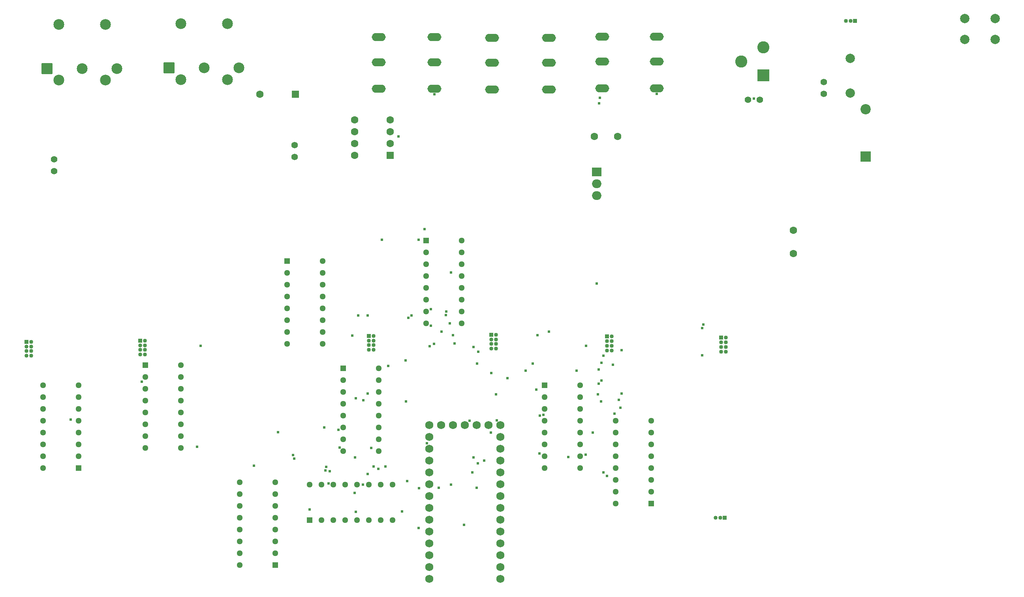
<source format=gts>
G04 Layer: TopSolderMaskLayer*
G04 EasyEDA Pro v2.2.35.2, 2025-01-25 12:46:23*
G04 Gerber Generator version 0.3*
G04 Scale: 100 percent, Rotated: No, Reflected: No*
G04 Dimensions in millimeters*
G04 Leading zeros omitted, absolute positions, 4 integers and 5 decimals*
%FSLAX45Y45*%
%MOMM*%
%AMRoundRect*1,1,$1,$2,$3*1,1,$1,$4,$5*1,1,$1,0-$2,0-$3*1,1,$1,0-$4,0-$5*20,1,$1,$2,$3,$4,$5,0*20,1,$1,$4,$5,0-$2,0-$3,0*20,1,$1,0-$2,0-$3,0-$4,0-$5,0*20,1,$1,0-$4,0-$5,$2,$3,0*4,1,4,$2,$3,$4,$5,0-$2,0-$3,0-$4,0-$5,$2,$3,0*%
%ADD10C,2.0*%
%ADD11C,1.2*%
%ADD12O,3.008X1.708*%
%ADD13R,1.2954X1.2954*%
%ADD14C,1.2954*%
%ADD15C,1.6080*%
%ADD16C,1.6*%
%ADD17C,1.4*%
%ADD18R,2.2X2.2*%
%ADD19C,2.2*%
%ADD20R,1.6X1.6*%
%ADD21R,2.6X2.6*%
%ADD22C,2.6*%
%ADD23C,1.734*%
%ADD24R,1.2954X1.2954*%
%ADD25RoundRect,0.1874X1.0583X-1.0583X-1.0583X-1.0583*%
%ADD26C,2.304*%
%ADD27R,1.2954X1.2954*%
%ADD28R,1.6X1.6*%
%ADD29R,2.0X1.905*%
%ADD30O,2.0X1.905*%
%ADD31R,0.85X0.85*%
%ADD32C,0.85*%
%ADD33R,0.85X0.85*%
%ADD34C,0.61*%
G75*


G04 Pad Start*
G54D10*
G01X21020800Y-266700D03*
G01X20370800Y-266700D03*
G01X21020800Y-716700D03*
G01X20370800Y-716700D03*
G54D11*
G01X10301200Y-1216300D03*
G01X10171200Y-676300D03*
G01X10301200Y-1786300D03*
G01X10301200Y-676300D03*
G01X10171200Y-1216300D03*
G01X10171200Y-1786300D03*
G54D12*
G01X10236200Y-676300D03*
G01X10236200Y-1216300D03*
G01X10236200Y-1786300D03*
G54D13*
G01X5588000Y-12001500D03*
G54D14*
G01X5588000Y-11747500D03*
G01X5588000Y-11493500D03*
G01X5588000Y-11239500D03*
G01X5588000Y-10985500D03*
G01X5588000Y-10731500D03*
G01X5588000Y-10477500D03*
G01X5588000Y-10223500D03*
G01X4826000Y-10223500D03*
G01X4826000Y-10477500D03*
G01X4826000Y-10731500D03*
G01X4826000Y-10985500D03*
G01X4826000Y-11239500D03*
G01X4826000Y-11493500D03*
G01X4826000Y-11747500D03*
G01X4826000Y-12001500D03*
G54D10*
G01X17919700Y-1117600D03*
G01X17919700Y-1867600D03*
G54D16*
G01X12928600Y-2794000D03*
G01X12428600Y-2794000D03*
G01X16700500Y-5308600D03*
G01X16700500Y-4808600D03*
G54D17*
G01X6007100Y-3238500D03*
G01X6007100Y-2984500D03*
G54D18*
G01X18249900Y-3225800D03*
G54D19*
G01X18249900Y-2209800D03*
G54D20*
G01X6019800Y-1892300D03*
G54D16*
G01X5257800Y-1892300D03*
G54D21*
G01X16052800Y-1485900D03*
G54D22*
G01X16052800Y-885900D03*
G01X15582800Y-1185900D03*
G54D23*
G01X10414000Y-12039600D03*
G01X10414000Y-11785600D03*
G01X10414000Y-11531600D03*
G01X10414000Y-11277600D03*
G01X9906000Y-8991600D03*
G01X8890000Y-11785600D03*
G01X10414000Y-11023600D03*
G01X10414000Y-10769600D03*
G01X10414000Y-10515600D03*
G01X10414000Y-10261600D03*
G01X10414000Y-10007600D03*
G01X10414000Y-9753600D03*
G01X10414000Y-9499600D03*
G01X10414000Y-9245600D03*
G01X10414000Y-8991600D03*
G01X8890000Y-8991600D03*
G01X8890000Y-9245600D03*
G01X8890000Y-9499600D03*
G01X8890000Y-9753600D03*
G01X8890000Y-10007600D03*
G01X8890000Y-10261600D03*
G01X8890000Y-10515600D03*
G01X8890000Y-10769600D03*
G01X8890000Y-11023600D03*
G01X8890000Y-11277600D03*
G01X8890000Y-11531600D03*
G01X10414000Y-12293600D03*
G01X9652000Y-8991600D03*
G01X8890000Y-12039600D03*
G01X9144000Y-8991600D03*
G01X9398000Y-8991600D03*
G01X10160000Y-8991600D03*
G01X8890000Y-12293600D03*
G54D24*
G01X11366500Y-8140700D03*
G54D14*
G01X11366500Y-8394700D03*
G01X11366500Y-8648700D03*
G01X11366500Y-8902700D03*
G01X11366500Y-9156700D03*
G01X11366500Y-9410700D03*
G01X11366500Y-9664700D03*
G01X11366500Y-9918700D03*
G01X12128500Y-9918700D03*
G01X12128500Y-9664700D03*
G01X12128500Y-9410700D03*
G01X12128500Y-9156700D03*
G01X12128500Y-8902700D03*
G01X12128500Y-8648700D03*
G01X12128500Y-8394700D03*
G01X12128500Y-8140700D03*
G54D25*
G01X3314000Y-1325900D03*
G54D26*
G01X4064000Y-1325900D03*
G01X4814000Y-1325900D03*
G01X3564000Y-1575900D03*
G01X4564000Y-1575900D03*
G01X4564000Y-375900D03*
G01X3564000Y-375900D03*
G54D24*
G01X5842000Y-5473700D03*
G54D14*
G01X5842000Y-5727700D03*
G01X5842000Y-5981700D03*
G01X5842000Y-6235700D03*
G01X5842000Y-6489700D03*
G01X5842000Y-6743700D03*
G01X5842000Y-6997700D03*
G01X5842000Y-7251700D03*
G01X6604000Y-7251700D03*
G01X6604000Y-6997700D03*
G01X6604000Y-6743700D03*
G01X6604000Y-6489700D03*
G01X6604000Y-6235700D03*
G01X6604000Y-5981700D03*
G01X6604000Y-5727700D03*
G01X6604000Y-5473700D03*
G54D27*
G01X6324600Y-11036300D03*
G54D14*
G01X6578600Y-11036300D03*
G01X6832600Y-11036300D03*
G01X7086600Y-11036300D03*
G01X7340600Y-11036300D03*
G01X7594600Y-11036300D03*
G01X7848600Y-11036300D03*
G01X8102600Y-11036300D03*
G01X8102600Y-10274300D03*
G01X7848600Y-10274300D03*
G01X7594600Y-10274300D03*
G01X7340600Y-10274300D03*
G01X7086600Y-10274300D03*
G01X6832600Y-10274300D03*
G01X6578600Y-10274300D03*
G01X6324600Y-10274300D03*
G54D11*
G01X12663400Y-1190900D03*
G01X12533400Y-650900D03*
G01X12663400Y-1760900D03*
G01X12663400Y-650900D03*
G01X12533400Y-1190900D03*
G01X12533400Y-1760900D03*
G54D12*
G01X12598400Y-650900D03*
G01X12598400Y-1190900D03*
G01X12598400Y-1760900D03*
G54D24*
G01X2806700Y-7708900D03*
G54D14*
G01X2806700Y-7962900D03*
G01X2806700Y-8216900D03*
G01X2806700Y-8470900D03*
G01X2806700Y-8724900D03*
G01X2806700Y-8978900D03*
G01X2806700Y-9232900D03*
G01X2806700Y-9486900D03*
G01X3568700Y-9486900D03*
G01X3568700Y-9232900D03*
G01X3568700Y-8978900D03*
G01X3568700Y-8724900D03*
G01X3568700Y-8470900D03*
G01X3568700Y-8216900D03*
G01X3568700Y-7962900D03*
G01X3568700Y-7708900D03*
G54D11*
G01X13831800Y-1190900D03*
G01X13701800Y-650900D03*
G01X13831800Y-1760900D03*
G01X13831800Y-650900D03*
G01X13701800Y-1190900D03*
G01X13701800Y-1760900D03*
G54D12*
G01X13766800Y-650900D03*
G01X13766800Y-1190900D03*
G01X13766800Y-1760900D03*
G54D17*
G01X17348200Y-1625600D03*
G01X17348200Y-1879600D03*
G54D24*
G01X7048500Y-7772400D03*
G54D14*
G01X7048500Y-8026400D03*
G01X7048500Y-8280400D03*
G01X7048500Y-8534400D03*
G01X7048500Y-8788400D03*
G01X7048500Y-9042400D03*
G01X7048500Y-9296400D03*
G01X7048500Y-9550400D03*
G01X7810500Y-9550400D03*
G01X7810500Y-9296400D03*
G01X7810500Y-9042400D03*
G01X7810500Y-8788400D03*
G01X7810500Y-8534400D03*
G01X7810500Y-8280400D03*
G01X7810500Y-8026400D03*
G01X7810500Y-7772400D03*
G54D28*
G01X8051800Y-3200400D03*
G54D16*
G01X8051800Y-2946400D03*
G01X8051800Y-2692400D03*
G01X8051800Y-2438400D03*
G01X7289800Y-2438400D03*
G01X7289800Y-2692400D03*
G01X7289800Y-2946400D03*
G01X7289800Y-3200400D03*
G54D13*
G01X13652500Y-10680700D03*
G54D14*
G01X13652500Y-10426700D03*
G01X13652500Y-10172700D03*
G01X13652500Y-9918700D03*
G01X13652500Y-9664700D03*
G01X13652500Y-9410700D03*
G01X13652500Y-9156700D03*
G01X13652500Y-8902700D03*
G01X12890500Y-8902700D03*
G01X12890500Y-9156700D03*
G01X12890500Y-9410700D03*
G01X12890500Y-9664700D03*
G01X12890500Y-9918700D03*
G01X12890500Y-10172700D03*
G01X12890500Y-10426700D03*
G01X12890500Y-10680700D03*
G54D13*
G01X1371600Y-9918700D03*
G54D14*
G01X1371600Y-9664700D03*
G01X1371600Y-9410700D03*
G01X1371600Y-9156700D03*
G01X1371600Y-8902700D03*
G01X1371600Y-8648700D03*
G01X1371600Y-8394700D03*
G01X1371600Y-8140700D03*
G01X609600Y-8140700D03*
G01X609600Y-8394700D03*
G01X609600Y-8648700D03*
G01X609600Y-8902700D03*
G01X609600Y-9156700D03*
G01X609600Y-9410700D03*
G01X609600Y-9664700D03*
G01X609600Y-9918700D03*
G54D11*
G01X11520400Y-1216300D03*
G01X11390400Y-676300D03*
G01X11520400Y-1786300D03*
G01X11520400Y-676300D03*
G01X11390400Y-1216300D03*
G01X11390400Y-1786300D03*
G54D12*
G01X11455400Y-676300D03*
G01X11455400Y-1216300D03*
G01X11455400Y-1786300D03*
G54D24*
G01X8826500Y-5029200D03*
G54D14*
G01X8826500Y-5283200D03*
G01X8826500Y-5537200D03*
G01X8826500Y-5791200D03*
G01X8826500Y-6045200D03*
G01X8826500Y-6299200D03*
G01X8826500Y-6553200D03*
G01X8826500Y-6807200D03*
G01X9588500Y-6807200D03*
G01X9588500Y-6553200D03*
G01X9588500Y-6299200D03*
G01X9588500Y-6045200D03*
G01X9588500Y-5791200D03*
G01X9588500Y-5537200D03*
G01X9588500Y-5283200D03*
G01X9588500Y-5029200D03*
G54D25*
G01X697800Y-1338600D03*
G54D26*
G01X1447800Y-1338600D03*
G01X2197800Y-1338600D03*
G01X947800Y-1588600D03*
G01X1947800Y-1588600D03*
G01X1947800Y-388600D03*
G01X947800Y-388600D03*
G54D17*
G01X850900Y-3289300D03*
G01X850900Y-3543300D03*
G54D11*
G01X9069300Y-1203600D03*
G01X8939300Y-663600D03*
G01X9069300Y-1773600D03*
G01X9069300Y-663600D03*
G01X8939300Y-1203600D03*
G01X8939300Y-1773600D03*
G54D12*
G01X9004300Y-663600D03*
G01X9004300Y-1203600D03*
G01X9004300Y-1773600D03*
G54D29*
G01X12484100Y-3556000D03*
G54D30*
G01X12484100Y-3810000D03*
G01X12484100Y-4064000D03*
G54D11*
G01X7875500Y-1203600D03*
G01X7745500Y-663600D03*
G01X7875500Y-1773600D03*
G01X7875500Y-663600D03*
G01X7745500Y-1203600D03*
G01X7745500Y-1773600D03*
G54D12*
G01X7810500Y-663600D03*
G01X7810500Y-1203600D03*
G01X7810500Y-1773600D03*
G54D17*
G01X15722600Y-2006600D03*
G01X15976600Y-2006600D03*
G54D31*
G01X254000Y-7205700D03*
G54D32*
G01X354000Y-7205700D03*
G01X254000Y-7305700D03*
G01X354000Y-7305700D03*
G01X254000Y-7405700D03*
G01X354000Y-7405700D03*
G01X254000Y-7505700D03*
G01X354000Y-7505700D03*
G54D31*
G01X2692400Y-7180300D03*
G54D32*
G01X2792400Y-7180300D03*
G01X2692400Y-7280300D03*
G01X2792400Y-7280300D03*
G01X2692400Y-7380300D03*
G01X2792400Y-7380300D03*
G01X2692400Y-7480300D03*
G01X2792400Y-7480300D03*
G54D31*
G01X7594600Y-7078700D03*
G54D32*
G01X7694600Y-7078700D03*
G01X7594600Y-7178700D03*
G01X7694600Y-7178700D03*
G01X7594600Y-7278700D03*
G01X7694600Y-7278700D03*
G01X7594600Y-7378700D03*
G01X7694600Y-7378700D03*
G54D31*
G01X10223500Y-7053300D03*
G54D32*
G01X10323500Y-7053300D03*
G01X10223500Y-7153300D03*
G01X10323500Y-7153300D03*
G01X10223500Y-7253300D03*
G01X10323500Y-7253300D03*
G01X10223500Y-7353300D03*
G01X10323500Y-7353300D03*
G54D31*
G01X12700000Y-7091400D03*
G54D32*
G01X12800000Y-7091400D03*
G01X12700000Y-7191400D03*
G01X12800000Y-7191400D03*
G01X12700000Y-7291400D03*
G01X12800000Y-7291400D03*
G01X12700000Y-7391400D03*
G01X12800000Y-7391400D03*
G54D31*
G01X15151100Y-7116800D03*
G54D32*
G01X15251100Y-7116800D03*
G01X15151100Y-7216800D03*
G01X15251100Y-7216800D03*
G01X15151100Y-7316800D03*
G01X15251100Y-7316800D03*
G01X15151100Y-7416800D03*
G01X15251100Y-7416800D03*
G54D33*
G01X18022000Y-317000D03*
G54D32*
G01X17922000Y-317000D03*
G01X17822000Y-317000D03*
G54D33*
G01X15228000Y-10985000D03*
G54D32*
G01X15128000Y-10985000D03*
G01X15028000Y-10985000D03*
G04 Pad End*

G04 Via Start*
G54D34*
G01X11252200Y-9601200D03*
G01X11264900Y-8788400D03*
G01X6324600Y-10807700D03*
G01X6680200Y-9893300D03*
G01X7315200Y-8420100D03*
G01X7569200Y-6642100D03*
G01X7874000Y-5016500D03*
G01X8661400Y-5016500D03*
G01X3987800Y-7289800D03*
G01X12534900Y-2082800D03*
G01X9398000Y-7061200D03*
G01X9245600Y-6629400D03*
G01X12547600Y-1964100D03*
G01X13766800Y-1879600D03*
G01X8788400Y-4783500D03*
G01X8509000Y-6637700D03*
G01X8991600Y-7247300D03*
G01X8902700Y-7302500D03*
G01X8445500Y-6692900D03*
G01X9004300Y-1892300D03*
G01X8229600Y-2794000D03*
G01X10337800Y-8890000D03*
G01X11455400Y-6985000D03*
G01X2730500Y-8064500D03*
G01X7239000Y-7073900D03*
G01X7366000Y-6642100D03*
G01X9359900Y-5715000D03*
G01X12623800Y-7505700D03*
G01X12865100Y-8750300D03*
G01X12952400Y-8456600D03*
G01X12700000Y-10083800D03*
G01X12825400Y-7697800D03*
G01X12992100Y-8623300D03*
G01X13017500Y-8318500D03*
G01X12585700Y-8039100D03*
G01X12585700Y-7658100D03*
G01X13017500Y-7381900D03*
G01X12623800Y-10007600D03*
G01X12573000Y-8483600D03*
G01X12522200Y-8102600D03*
G01X12522200Y-7797800D03*
G01X8013700Y-7721600D03*
G01X9918700Y-7670800D03*
G01X10223500Y-7874000D03*
G01X14744700Y-7493000D03*
G01X10325100Y-8331200D03*
G01X10960100Y-7823200D03*
G01X12052300Y-7823200D03*
G01X9840900Y-7316800D03*
G01X11212500Y-7062800D03*
G01X14743100Y-6910400D03*
G01X12253900Y-7291400D03*
G01X14768500Y-6834200D03*
G01X9944100Y-7416800D03*
G01X11112500Y-7670800D03*
G01X11188700Y-8229600D03*
G01X12509500Y-8331200D03*
G01X8928100Y-6502400D03*
G01X8928100Y-6858000D03*
G01X9436100Y-7239000D03*
G01X9753600Y-8902700D03*
G01X11874500Y-9677400D03*
G01X8839200Y-9385300D03*
G01X6972300Y-9474200D03*
G01X5130800Y-9867900D03*
G01X7289800Y-10452100D03*
G01X9817100Y-10007600D03*
G01X10071100Y-9753600D03*
G01X9931400Y-9817100D03*
G01X8661400Y-11201400D03*
G01X8305800Y-10845800D03*
G01X7797800Y-9931400D03*
G01X7950200Y-9880600D03*
G01X15849600Y-1981200D03*
G01X7696200Y-9880600D03*
G01X6756400Y-9982200D03*
G01X7315200Y-10858500D03*
G01X7467600Y-10274300D03*
G01X6642100Y-9042400D03*
G01X6946900Y-9093200D03*
G01X8394700Y-8483600D03*
G01X9156700Y-6985000D03*
G01X9334500Y-6807200D03*
G01X5969000Y-9639300D03*
G01X9258300Y-6553200D03*
G01X10210800Y-9156700D03*
G01X12395200Y-9156700D03*
G01X1206500Y-8877300D03*
G01X5994400Y-9715500D03*
G01X7645400Y-9486900D03*
G01X7569200Y-8318500D03*
G01X8382000Y-7607300D03*
G01X10566400Y-7988300D03*
G01X9842500Y-9690100D03*
G01X7302500Y-9690100D03*
G01X5651500Y-9144000D03*
G01X3911600Y-9461500D03*
G01X8674100Y-10350500D03*
G01X6731000Y-10248900D03*
G01X9359900Y-10274300D03*
G01X6667500Y-9969500D03*
G01X8420100Y-10198100D03*
G01X7569200Y-10045700D03*
G01X9639300Y-11137900D03*
G01X7480300Y-8458200D03*
G01X9906000Y-10337800D03*
G01X11341100Y-8775700D03*
G01X12242800Y-9626600D03*
G01X12484100Y-5956300D03*
G01X9093200Y-10337800D03*
G04 Via End*

M02*


</source>
